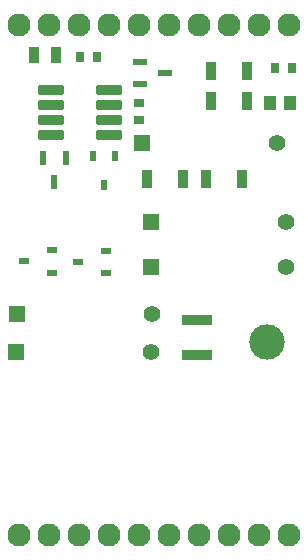
<source format=gbr>
%TF.GenerationSoftware,KiCad,Pcbnew,8.0.8*%
%TF.CreationDate,2025-04-04T13:22:33-04:00*%
%TF.ProjectId,Precharge Module V4.0,50726563-6861-4726-9765-204d6f64756c,rev?*%
%TF.SameCoordinates,Original*%
%TF.FileFunction,Soldermask,Top*%
%TF.FilePolarity,Negative*%
%FSLAX46Y46*%
G04 Gerber Fmt 4.6, Leading zero omitted, Abs format (unit mm)*
G04 Created by KiCad (PCBNEW 8.0.8) date 2025-04-04 13:22:33*
%MOMM*%
%LPD*%
G01*
G04 APERTURE LIST*
G04 Aperture macros list*
%AMRoundRect*
0 Rectangle with rounded corners*
0 $1 Rounding radius*
0 $2 $3 $4 $5 $6 $7 $8 $9 X,Y pos of 4 corners*
0 Add a 4 corners polygon primitive as box body*
4,1,4,$2,$3,$4,$5,$6,$7,$8,$9,$2,$3,0*
0 Add four circle primitives for the rounded corners*
1,1,$1+$1,$2,$3*
1,1,$1+$1,$4,$5*
1,1,$1+$1,$6,$7*
1,1,$1+$1,$8,$9*
0 Add four rect primitives between the rounded corners*
20,1,$1+$1,$2,$3,$4,$5,0*
20,1,$1+$1,$4,$5,$6,$7,0*
20,1,$1+$1,$6,$7,$8,$9,0*
20,1,$1+$1,$8,$9,$2,$3,0*%
G04 Aperture macros list end*
%ADD10R,0.863600X1.600200*%
%ADD11R,1.397000X1.397000*%
%ADD12C,1.397000*%
%ADD13C,3.000000*%
%ADD14R,1.219200X0.558800*%
%ADD15R,0.711200X0.939800*%
%ADD16R,2.500000X0.955600*%
%ADD17R,0.533400X1.168400*%
%ADD18R,1.016000X1.193800*%
%ADD19R,0.855600X1.600000*%
%ADD20R,0.863600X0.558800*%
%ADD21R,0.939800X0.711200*%
%ADD22C,1.954000*%
%ADD23RoundRect,0.100500X-0.986500X-0.301500X0.986500X-0.301500X0.986500X0.301500X-0.986500X0.301500X0*%
%ADD24R,0.558800X0.863600*%
%ADD25R,0.812800X1.346200*%
G04 APERTURE END LIST*
D10*
%TO.C,D3*%
X70100000Y-31800000D03*
X67052000Y-31800000D03*
%TD*%
D11*
%TO.C,R6*%
X50585000Y-53100000D03*
D12*
X62015000Y-53100000D03*
%TD*%
D13*
%TO.C,PC COIL -*%
X71800000Y-52200000D03*
%TD*%
D14*
%TO.C,Q1*%
X61033200Y-28519000D03*
X61033200Y-30424000D03*
X63166800Y-29471500D03*
%TD*%
D15*
%TO.C,R3*%
X72500000Y-29000000D03*
X73897000Y-29000000D03*
%TD*%
D16*
%TO.C,C3*%
X65900000Y-53355602D03*
X65900000Y-50400000D03*
%TD*%
D10*
%TO.C,D2*%
X70100000Y-29300000D03*
X67052000Y-29300000D03*
%TD*%
D17*
%TO.C,U5*%
X54752500Y-36684000D03*
X52847500Y-36684000D03*
X53800000Y-38716000D03*
%TD*%
D18*
%TO.C,R9*%
X73750900Y-32000000D03*
X72049100Y-32000000D03*
%TD*%
D11*
%TO.C,R8*%
X61970000Y-42100000D03*
D12*
X73400000Y-42100000D03*
%TD*%
D19*
%TO.C,C1*%
X61672199Y-38400000D03*
X64727801Y-38400000D03*
%TD*%
%TO.C,C2*%
X66672199Y-38400000D03*
X69727801Y-38400000D03*
%TD*%
D11*
%TO.C,R7*%
X61185000Y-35400000D03*
D12*
X72615000Y-35400000D03*
%TD*%
D15*
%TO.C,R5*%
X56001500Y-28100000D03*
X57398500Y-28100000D03*
%TD*%
D20*
%TO.C,U2*%
X58200000Y-46405000D03*
X58200000Y-44500000D03*
X55812400Y-45452500D03*
%TD*%
%TO.C,U3*%
X53593800Y-46352500D03*
X53593800Y-44447500D03*
X51206200Y-45400000D03*
%TD*%
D21*
%TO.C,R4*%
X61000000Y-33398500D03*
X61000000Y-32001500D03*
%TD*%
D22*
%TO.C,J2*%
X50800000Y-68580000D03*
X53340000Y-68580000D03*
X55880000Y-68580000D03*
X58420000Y-68580000D03*
X60960000Y-68580000D03*
X63500000Y-68580000D03*
X66040000Y-68580000D03*
X68580000Y-68580000D03*
X71120000Y-68580000D03*
X73660000Y-68580000D03*
%TD*%
D11*
%TO.C,R10*%
X61985000Y-45900000D03*
D12*
X73415000Y-45900000D03*
%TD*%
D23*
%TO.C,U1*%
X53530000Y-30895000D03*
X53530000Y-32165000D03*
X53530000Y-33435000D03*
X53530000Y-34705000D03*
X58470000Y-34705000D03*
X58470000Y-33435000D03*
X58470000Y-32165000D03*
X58470000Y-30895000D03*
%TD*%
D24*
%TO.C,U4*%
X58981000Y-36506200D03*
X57076000Y-36506200D03*
X58028500Y-38893800D03*
%TD*%
D11*
%TO.C,R2*%
X50600000Y-49900000D03*
D12*
X62030000Y-49900000D03*
%TD*%
D25*
%TO.C,R1*%
X52100000Y-27900000D03*
X53903400Y-27900000D03*
%TD*%
D22*
%TO.C,J1*%
X50800000Y-25400000D03*
X53340000Y-25400000D03*
X55880000Y-25400000D03*
X58420000Y-25400000D03*
X60960000Y-25400000D03*
X63500000Y-25400000D03*
X66040000Y-25400000D03*
X68580000Y-25400000D03*
X71120000Y-25400000D03*
X73660000Y-25400000D03*
%TD*%
M02*

</source>
